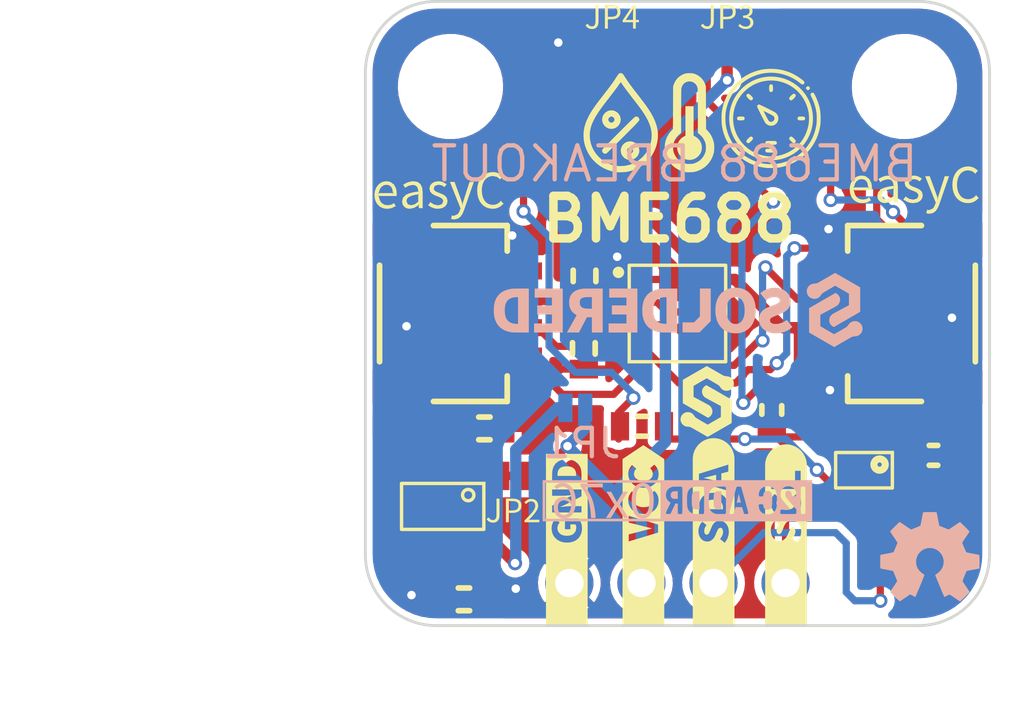
<source format=kicad_pcb>
(kicad_pcb (version 20211014) (generator pcbnew)
  (layers (0 "F.Cu" signal) (31 "B.Cu" signal) (34 "B.Paste" user) (35 "F.Paste" user) (36 "B.SilkS" user "B.Silkscreen") (37 "F.SilkS" user "F.Silkscreen") (38 "B.Mask" user) (39 "F.Mask" user) (44 "Edge.Cuts" user))
  (net 0 "")
  (net 1 "VCC")
  (net 2 "3V3")
  (net 3 "Net-(C2-Pad1)")
  (net 4 "SCL_PULL5")
  (net 5 "SDA_PULL5")
  (net 6 "SCL_PULL3.3")
  (net 7 "SDA_PULL3.3")
  (net 8 "SCL3.3")
  (net 9 "SDA3.3")
  (net 10 "GND")
  (net 11 "SDA5")
  (net 12 "SCL5")
  (net 14 "Net-(C3-Pad1)")
  (footprint "e-radionica.com footprinti:0603C" (layer "F.Cu") (at 163.445 79.8)
    (fp_text reference "C2" hide)
    (fp_text value "2u2")
    (pad "1" smd rect locked (at -0.73 0) (size 0.66 1) (layers "F.Cu" "F.Paste" "F.Mask") (net 3 "Net-(C2-Pad1)"))
    (pad "2" smd rect locked (at 0.73 0) (size 0.66 1) (layers "F.Cu" "F.Paste" "F.Mask") (net 10 "GND"))
  )
  (footprint "kibuzzard-640F698B" (layer "F.Cu") (at 164.45 82.7)
    (fp_text reference "kibuzzard-640F698B" hide)
    (fp_text value "G***" hide)
  )
  (footprint "Soldered Graphics:Symbol-front-Pressure" (layer "F.Cu") (at 173.55 68.875)
    (fp_text reference "G***" hide)
    (fp_text value "LOGO" hide)
  )
  (footprint "Soldered Graphics:Logo-Back-OSH-3.5mm" (layer "F.Cu") (at 179.15 84.325)
    (fp_text reference "G***" hide)
    (fp_text value "LOGO" hide)
  )
  (footprint "e-radionica.com footprinti:SMD_JUMPER_3_PAD_TRACE" (layer "F.Cu") (at 168.05 66.5)
    (fp_text reference "JP4" hide)
    (fp_text value "SMD_JUMPER_3_PAD_TRACE")
    (fp_poly (pts (xy 0.45 0.05) (xy 0.25 0.05) (xy 0.25 -0.05) (xy 0.45 -0.05)) (layer "F.Cu") (width 0.1) (fill solid))
    (fp_poly (pts (xy -0.25 0.05) (xy -0.45 0.05) (xy -0.45 -0.05) (xy -0.25 -0.05)) (layer "F.Cu") (width 0.1) (fill solid))
    (pad "1" smd rect (at -0.7 0 180) (size 0.5 1) (layers "F.Cu" "F.Mask") (net 6 "SCL_PULL3.3"))
    (pad "2" smd custom (at 0 0 180) (size 0.5 1) (layers "F.Cu" "F.Mask") (net 2 "3V3") (options (clearance outline) (anchor rect)) (primitives))
    (pad "3" smd rect (at 0.7 0 180) (size 0.5 1) (layers "F.Cu" "F.Mask") (net 7 "SDA_PULL3.3"))
  )
  (footprint "e-radionica.com footprinti:0603R" (layer "F.Cu") (at 173.575 79.15 -90)
    (fp_text reference "R3" hide)
    (fp_text value "10k")
    (pad "1" smd rect locked (at -0.775 0) (size 1 0.64) (layers "F.Cu" "F.Paste" "F.Mask") (net 4 "SCL_PULL5"))
    (pad "2" smd rect locked (at 0.775 0) (size 1 0.64) (layers "F.Cu" "F.Paste" "F.Mask") (net 12 "SCL5"))
  )
  (footprint "e-radionica.com footprinti:HOLE_3.2mm" (layer "F.Cu") (at 178.25 67.75)
    (fp_text reference "H2" hide)
    (fp_text value "HOLE_3.2mm" hide)
    (pad "" np_thru_hole circle locked (at 0 0) (size 3.2 3.2) (drill 3.2) (layers F&B.Cu *.Mask))
  )
  (footprint "e-radionica.com footprinti:easyC-connector" (layer "F.Cu") (at 177.95 75.75 -90)
    (fp_text reference "K1" hide)
    (fp_text value "easyC-SMD")
    (pad "1" smd rect locked (at -1.5 2.15 270) (size 0.6 1.55) (layers "F.Cu" "F.Paste" "F.Mask") (net 8 "SCL3.3"))
    (pad "2" smd rect locked (at -0.5 2.15 270) (size 0.6 1.55) (layers "F.Cu" "F.Paste" "F.Mask") (net 9 "SDA3.3"))
    (pad "3" smd rect locked (at 0.5 2.15 270) (size 0.6 1.55) (layers "F.Cu" "F.Paste" "F.Mask") (net 2 "3V3"))
    (pad "4" smd rect locked (at 1.5 2.15 270) (size 0.6 1.55) (layers "F.Cu" "F.Paste" "F.Mask") (net 10 "GND"))
    (pad "5" smd rect locked (at 2.6 -2.15 270) (size 1.2 1.8) (layers "F.Cu" "F.Paste" "F.Mask") (net 10 "GND"))
    (pad "5" smd rect locked (at -2.6 -2.15 270) (size 1.2 1.8) (layers "F.Cu" "F.Paste" "F.Mask") (net 10 "GND"))
  )
  (footprint "kibuzzard-640F6240" (layer "F.Cu") (at 167.95 65.3)
    (fp_text reference "kibuzzard-640F6240" hide)
    (fp_text value "G***" hide)
  )
  (footprint "e-radionica.com footprinti:BME688" (layer "F.Cu") (at 170.25 75.75)
    (fp_text reference "U3" hide)
    (fp_text value "BME688")
    (pad "1" smd rect (at -1.2 -1.2) (size 0.6 0.6) (layers "F.Cu" "F.Paste" "F.Mask") (net 10 "GND"))
    (pad "2" smd rect (at -1.2 -0.4) (size 0.6 0.6) (layers "F.Cu" "F.Paste" "F.Mask") (net 14 "Net-(C3-Pad1)"))
    (pad "3" smd rect (at -1.2 0.4) (size 0.6 0.6) (layers "F.Cu" "F.Paste" "F.Mask") (net 9 "SDA3.3"))
    (pad "4" smd rect (at -1.2 1.2) (size 0.6 0.6) (layers "F.Cu" "F.Paste" "F.Mask") (net 8 "SCL3.3"))
    (pad "5" smd rect (at 1.2 1.2) (size 0.6 0.6) (layers "F.Cu" "F.Paste" "F.Mask") (net 10 "GND"))
    (pad "6" smd rect (at 1.2 0.4) (size 0.6 0.6) (layers "F.Cu" "F.Paste" "F.Mask") (net 14 "Net-(C3-Pad1)"))
    (pad "7" smd rect (at 1.2 -0.4) (size 0.6 0.6) (layers "F.Cu" "F.Paste" "F.Mask") (net 10 "GND"))
    (pad "8" smd rect (at 1.2 -1.2) (size 0.6 0.6) (layers "F.Cu" "F.Paste" "F.Mask") (net 2 "3V3"))
  )
  (footprint "e-radionica.com footprinti:HOLE_3.2mm" (layer "F.Cu") (at 162.25 67.75)
    (fp_text reference "H1" hide)
    (fp_text value "HOLE_3.2mm" hide)
    (pad "" np_thru_hole circle locked (at 0 0) (size 3.2 3.2) (drill 3.2) (layers F&B.Cu *.Mask))
  )
  (footprint "kibuzzard-640F3C4D" (layer "F.Cu") (at 169.05 83.575 90)
    (fp_text reference "kibuzzard-640F3C4D" hide)
    (fp_text value "G***" hide)
  )
  (footprint "e-radionica.com footprinti:SMD_JUMPER_3_PAD_TRACE" (layer "F.Cu") (at 172 66.5)
    (fp_text reference "JP3" hide)
    (fp_text value "SMD_JUMPER_3_PAD_TRACE")
    (fp_poly (pts (xy 0.45 0.05) (xy 0.25 0.05) (xy 0.25 -0.05) (xy 0.45 -0.05)) (layer "F.Cu") (width 0.1) (fill solid))
    (fp_poly (pts (xy -0.25 0.05) (xy -0.45 0.05) (xy -0.45 -0.05) (xy -0.25 -0.05)) (layer "F.Cu") (width 0.1) (fill solid))
    (pad "1" smd rect (at -0.7 0 180) (size 0.5 1) (layers "F.Cu" "F.Mask") (net 4 "SCL_PULL5"))
    (pad "2" smd custom (at 0 0 180) (size 0.5 1) (layers "F.Cu" "F.Mask") (net 1 "VCC") (options (clearance outline) (anchor rect)) (primitives))
    (pad "3" smd rect (at 0.7 0 180) (size 0.5 1) (layers "F.Cu" "F.Mask") (net 5 "SDA_PULL5"))
  )
  (footprint "e-radionica.com footprinti:easyC-connector" (layer "F.Cu") (at 162.55 75.75 90)
    (fp_text reference "K2" hide)
    (fp_text value "easyC-SMD")
    (pad "1" smd rect locked (at -1.5 2.15 90) (size 0.6 1.55) (layers "F.Cu" "F.Paste" "F.Mask") (net 8 "SCL3.3"))
    (pad "2" smd rect locked (at -0.5 2.15 90) (size 0.6 1.55) (layers "F.Cu" "F.Paste" "F.Mask") (net 9 "SDA3.3"))
    (pad "3" smd rect locked (at 0.5 2.15 90) (size 0.6 1.55) (layers "F.Cu" "F.Paste" "F.Mask") (net 2 "3V3"))
    (pad "4" smd rect locked (at 1.5 2.15 90) (size 0.6 1.55) (layers "F.Cu" "F.Paste" "F.Mask") (net 10 "GND"))
    (pad "5" smd rect locked (at -2.6 -2.15 90) (size 1.2 1.8) (layers "F.Cu" "F.Paste" "F.Mask") (net 10 "GND"))
    (pad "5" smd rect locked (at 2.6 -2.15 90) (size 1.2 1.8) (layers "F.Cu" "F.Paste" "F.Mask") (net 10 "GND"))
  )
  (footprint "e-radionica.com footprinti:HEADER_MALE_4X1" (layer "F.Cu") (at 170.25 85.25)
    (fp_text reference "K3" hide)
    (fp_text value "HEADER_MALE_4X1")
    (pad "1" thru_hole circle locked (at -3.81 0) (size 1.7 1.7) (drill 1) (layers *.Cu *.Mask) (net 10 "GND"))
    (pad "2" thru_hole circle locked (at -1.27 0) (size 1.7 1.7) (drill 1) (layers *.Cu *.Mask) (net 1 "VCC"))
    (pad "3" thru_hole circle locked (at 1.27 0) (size 1.7 1.7) (drill 1) (layers *.Cu *.Mask) (net 11 "SDA5"))
    (pad "4" thru_hole circle locked (at 3.81 0) (size 1.7 1.7) (drill 1) (layers *.Cu *.Mask) (net 12 "SCL5"))
  )
  (footprint "e-radionica.com footprinti:0603R" (layer "F.Cu") (at 179.275 80.75 180)
    (fp_text reference "R1" hide)
    (fp_text value "10k")
    (pad "1" smd rect locked (at -0.775 0 270) (size 1 0.64) (layers "F.Cu" "F.Paste" "F.Mask") (net 7 "SDA_PULL3.3"))
    (pad "2" smd rect locked (at 0.775 0 270) (size 1 0.64) (layers "F.Cu" "F.Paste" "F.Mask") (net 9 "SDA3.3"))
  )
  (footprint "Soldered Graphics:Logo-Back-SolderedFULL-13mm" (layer "F.Cu") (at 170.275 75.625)
    (fp_text reference "REF**" hide)
    (fp_text value "Logo-Front-SolderedFULL-13mm" hide)
  )
  (footprint "e-radionica.com footprinti:0603C" (layer "F.Cu") (at 166.975 74.425 90)
    (fp_text reference "C4" hide)
    (fp_text value "100n")
    (pad "1" smd rect locked (at -0.73 0 90) (size 0.66 1) (layers "F.Cu" "F.Paste" "F.Mask") (net 2 "3V3"))
    (pad "2" smd rect locked (at 0.73 0 90) (size 0.66 1) (layers "F.Cu" "F.Paste" "F.Mask") (net 10 "GND"))
  )
  (footprint "Soldered Graphics:Symbol-Front-Humidity" (layer "F.Cu") (at 168.25 69.025)
    (fp_text reference "G***" hide)
    (fp_text value "LOGO" hide)
  )
  (footprint "Soldered Graphics:Logo-Front-easyC-NewFont" (layer "F.Cu") (at 178.6 71.375)
    (fp_text reference "G***" hide)
    (fp_text value "LOGO" hide)
  )
  (footprint "e-radionica.com footprinti:SMD-JUMPER-CONNECTED_TRACE_SOLDERMASK" (layer "F.Cu") (at 164.425 81.475)
    (fp_text reference "JP2" hide)
    (fp_text value "SMD-JUMPER-CONNECTED_TRACE_SOLDERMASK")
    (fp_poly (pts (xy 0.1 0.1) (xy -0.1 0.1) (xy -0.1 -0.1) (xy 0.1 -0.1)) (layer "F.Cu") (width 0.1) (fill solid))
    (pad "1" smd rect (at -0.35 0) (size 0.5 1) (layers "F.Cu" "F.Mask") (net 3 "Net-(C2-Pad1)"))
    (pad "2" smd rect (at 0.35 0) (size 0.5 1) (layers "F.Cu" "F.Mask") (net 1 "VCC"))
  )
  (footprint "kibuzzard-640F3B06" (layer "F.Cu") (at 174.075 83.575 90)
    (fp_text reference "kibuzzard-640F3B06" hide)
    (fp_text value "G***" hide)
  )
  (footprint "kibuzzard-640F3A70" (layer "F.Cu") (at 166.35 83.75 90)
    (fp_text reference "kibuzzard-640F3A70" hide)
    (fp_text value "G***" hide)
  )
  (footprint "Soldered Graphics:Logo-Front-easyC-NewFont" (layer "F.Cu") (at 161.85 71.575)
    (fp_text reference "G***" hide)
    (fp_text value "LOGO" hide)
  )
  (footprint "e-radionica.com footprinti:0603C" (layer "F.Cu") (at 162.725 85.825 180)
    (fp_text reference "C1" hide)
    (fp_text value "2u2")
    (pad "1" smd rect locked (at -0.73 0 180) (size 0.66 1) (layers "F.Cu" "F.Paste" "F.Mask") (net 2 "3V3"))
    (pad "2" smd rect locked (at 0.73 0 180) (size 0.66 1) (layers "F.Cu" "F.Paste" "F.Mask") (net 10 "GND"))
  )
  (footprint "e-radionica.com footprinti:0603C" (layer "F.Cu") (at 166.95 76.98 -90)
    (fp_text reference "C3" hide)
    (fp_text value "100n")
    (pad "1" smd rect locked (at -0.73 0 270) (size 0.66 1) (layers "F.Cu" "F.Paste" "F.Mask") (net 14 "Net-(C3-Pad1)"))
    (pad "2" smd rect locked (at 0.73 0 270) (size 0.66 1) (layers "F.Cu" "F.Paste" "F.Mask") (net 10 "GND"))
  )
  (footprint "kibuzzard-640F3DD8" (layer "F.Cu") (at 171.525 83.475 90)
    (fp_text reference "kibuzzard-640F3DD8" hide)
    (fp_text value "G***" hide)
  )
  (footprint "Soldered Graphics:Logo-Front-Soldered-2.5mm" (layer "F.Cu") (at 171.3 78.85)
    (fp_text reference "REF**" hide)
    (fp_text value "Logo-Front-Soldered-2.5mm" hide)
  )
  (footprint "e-radionica.com footprinti:0603R" (layer "F.Cu") (at 178.275 84.65)
    (fp_text reference "R2" hide)
    (fp_text value "10k")
    (pad "1" smd rect locked (at -0.775 0 90) (size 1 0.64) (layers "F.Cu" "F.Paste" "F.Mask") (net 11 "SDA5"))
    (pad "2" smd rect locked (at 0.775 0 90) (size 1 0.64) (layers "F.Cu" "F.Paste" "F.Mask") (net 5 "SDA_PULL5"))
  )
  (footprint "e-radionica.com footprinti:SOT-363" (layer "F.Cu") (at 176.825 81.275 -90)
    (fp_text reference "U2" hide)
    (fp_text value "NMOS-DUAL")
    (pad "1" smd rect (at -0.92 -0.65) (size 0.42 0.66) (layers "F.Cu" "F.Paste" "F.Mask") (net 9 "SDA3.3"))
    (pad "2" smd rect (at -0.92 0) (size 0.42 0.66) (layers "F.Cu" "F.Paste" "F.Mask") (net 2 "3V3"))
    (pad "3" smd rect (at -0.92 0.65) (size 0.42 0.66) (layers "F.Cu" "F.Paste" "F.Mask") (net 12 "SCL5"))
    (pad "4" smd rect (at 0.92 0.65) (size 0.42 0.66) (layers "F.Cu" "F.Paste" "F.Mask") (net 8 "SCL3.3"))
    (pad "5" smd rect (at 0.92 0) (size 0.42 0.66) (layers "F.Cu" "F.Paste" "F.Mask") (net 2 "3V3"))
    (pad "6" smd rect (at 0.92 -0.65) (size 0.42 0.66) (layers "F.Cu" "F.Paste" "F.Mask") (net 11 "SDA5"))
  )
  (footprint "kibuzzard-640F61A2" (layer "F.Cu") (at 172 65.3)
    (fp_text reference "kibuzzard-640F61A2" hide)
    (fp_text value "G***" hide)
  )
  (footprint "e-radionica.com footprinti:SOT-23-5" (layer "F.Cu") (at 161.975 82.55 90)
    (fp_text reference "U1" hide)
    (fp_text value "SE5218")
    (pad "1" smd rect (at 1.3 0.95 270) (size 1.1 0.6) (layers "F.Cu" "F.Paste" "F.Mask") (net 3 "Net-(C2-Pad1)"))
    (pad "2" smd rect (at 1.3 0 270) (size 1.1 0.6) (layers "F.Cu" "F.Paste" "F.Mask") (net 10 "GND"))
    (pad "3" smd rect (at 1.3 -0.95 270) (size 1.1 0.6) (layers "F.Cu" "F.Paste" "F.Mask") (net 3 "Net-(C2-Pad1)"))
    (pad "4" smd rect (at -1.3 -0.95 270) (size 1.1 0.6) (layers "F.Cu" "F.Paste" "F.Mask"))
    (pad "5" smd rect (at -1.3 0.95 270) (size 1.1 0.6) (layers "F.Cu" "F.Paste" "F.Mask") (net 2 "3V3"))
  )
  (footprint "e-radionica.com footprinti:0603R" (layer "F.Cu") (at 169 79.725 180)
    (fp_text reference "R4" hide)
    (fp_text value "10k")
    (pad "1" smd rect locked (at -0.775 0 270) (size 1 0.64) (layers "F.Cu" "F.Paste" "F.Mask") (net 8 "SCL3.3"))
    (pad "2" smd rect locked (at 0.775 0 270) (size 1 0.64) (layers "F.Cu" "F.Paste" "F.Mask") (net 6 "SCL_PULL3.3"))
  )
  (footprint "Soldered Graphics:Symbol-Front-Temperature" (layer "F.Cu") (at 170.675 69.025)
    (fp_text reference "G***" hide)
    (fp_text value "LOGO" hide)
  )
  (footprint "e-radionica.com footprinti:SMD_JUMPER" (layer "B.Cu") (at 166.65 79.075 180)
    (fp_text reference "JP1" (at -0.225 -1.25 unlocked) (layer "B.SilkS") (effects (justify mirror)))
    (fp_text value "SMD_JUMPER")
    (pad "1" smd rect (at -0.35 0 180) (size 0.5 1) (layers "B.Cu" "B.Mask") (net 1 "VCC"))
    (pad "2" smd rect (at 0.35 0 180) (size 0.5 1) (layers "B.Cu" "B.Mask") (net 2 "3V3"))
  )
  (footprint "Soldered Graphics:Symbol-Front-I2C-ADDR-Field" (layer "B.Cu") (at 170.25 82.35 180)
    (fp_text reference "REF**" hide)
    (fp_text value "Symbol-Front-I2C-ADDR-Field" hide)
  )
  (footprint "kibuzzard-640F759F" (layer "B.Cu") (at 167.65 82.35 180)
    (fp_text reference "kibuzzard-640F759F" hide)
    (fp_text value "G***" hide)
  )
  (gr_line (start 161.75 86.75) (end 178.75 86.75) (layer "Edge.Cuts") (width 0.1))
  (gr_arc (start 181.25 84.25) (mid 180.517767 86.017767) (end 178.75 86.75) (layer "Edge.Cuts") (width 0.1))
  (gr_line (start 178.75 64.75) (end 161.75 64.75) (layer "Edge.Cuts") (width 0.1))
  (gr_arc (start 178.75 64.75) (mid 180.517767 65.482233) (end 181.25 67.25) (layer "Edge.Cuts") (width 0.1))
  (gr_line (start 159.25 67.25) (end 159.25 84.25) (layer "Edge.Cuts") (width 0.1))
  (gr_arc (start 159.25 67.25) (mid 159.982233 65.482233) (end 161.75 64.75) (layer "Edge.Cuts") (width 0.1))
  (gr_line (start 181.25 84.25) (end 181.25 67.25) (layer "Edge.Cuts") (width 0.1))
  (gr_arc (start 161.75 86.75) (mid 159.982233 86.017767) (end 159.25 84.25) (layer "Edge.Cuts") (width 0.1))
  (gr_text "BME688 BREAKOUT" (at 170.15 70.475) (layer "B.SilkS") (effects (font (size 1.2 1.2)) (justify mirror)))
  (gr_text "BME688" (at 169.95 72.425) (layer "F.SilkS") (effects (font (size 1.5 1.5) (thickness 0.3))))
  (segment (start 164.775 81.475) (end 165.25 81.475) (width 0.254) (layer "F.Cu") (net 1))
  (segment (start 165.325 81.475) (end 166.375 80.425) (width 0.254) (layer "F.Cu") (net 1))
  (segment (start 165.3 81.475) (end 165.325 81.475) (width 0.254) (layer "F.Cu") (net 1))
  (segment (start 172 67.530761) (end 172 66.5) (width 0.4) (layer "F.Cu") (net 1))
  (via (at 166.375 80.425) (size 0.5) (drill 0.3) (layers "F.Cu" "B.Cu") (net 1))
  (via (at 172 67.530761) (size 0.5) (drill 0.3) (layers "F.Cu" "B.Cu") (net 1))
  (segment (start 167.05 79.75) (end 166.95 79.65) (width 0.4) (layer "B.Cu") (net 1))
  (segment (start 169.825 69.705761) (end 169.825 80.275) (width 0.4) (layer "B.Cu") (net 1))
  (segment (start 169.825 80.275) (end 168.025 82.075) (width 0.4) (layer "B.Cu") (net 1))
  (segment (start 166.95 79.65) (end 166.95 79.125) (width 0.4) (layer "B.Cu") (net 1))
  (segment (start 167.05 79.75) (end 166.375 80.425) (width 0.4) (layer "B.Cu") (net 1))
  (segment (start 168.98 83.03) (end 168.025 82.075) (width 0.4) (layer "B.Cu") (net 1))
  (segment (start 168.98 85.25) (end 168.98 83.03) (width 0.4) (layer "B.Cu") (net 1))
  (segment (start 168.025 82.075) (end 166.375 80.425) (width 0.4) (layer "B.Cu") (net 1))
  (segment (start 166.95 79.125) (end 167 79.075) (width 0.4) (layer "B.Cu") (net 1))
  (segment (start 172 67.530761) (end 169.825 69.705761) (width 0.4) (layer "B.Cu") (net 1))
  (segment (start 166.730761 71.95) (end 167.269239 71.95) (width 0.4) (layer "F.Cu") (net 2))
  (segment (start 169.375 72.475) (end 171.45 74.55) (width 0.4) (layer "F.Cu") (net 2))
  (segment (start 160.15 84.725) (end 160.25 84.825) (width 0.4) (layer "F.Cu") (net 2))
  (segment (start 166.075 74.425) (end 166.075 72.605761) (width 0.4) (layer "F.Cu") (net 2))
  (segment (start 164.7 75.25) (end 163.825 75.25) (width 0.4) (layer "F.Cu") (net 2))
  (segment (start 164.525 84.55) (end 163.825 83.85) (width 0.4) (layer "F.Cu") (net 2))
  (segment (start 174.4 76.25) (end 175.8 76.25) (width 0.4) (layer "F.Cu") (net 2))
  (segment (start 161.85 77.225) (end 161.85 79.2) (width 0.4) (layer "F.Cu") (net 2))
  (segment (start 166.975 75.155) (end 166.975 74.7) (width 0.4) (layer "F.Cu") (net 2))
  (segment (start 168.05 66.5) (end 168.05 72.425) (width 0.254) (layer "F.Cu") (net 2))
  (segment (start 162.725 84.625) (end 162.925 84.425) (width 0.4) (layer "F.Cu") (net 2))
  (segment (start 176.825 79.811) (end 176.587 79.573) (width 0.4) (layer "F.Cu") (net 2))
  (segment (start 161.85 79.2) (end 161.375 79.675) (width 0.4) (layer "F.Cu") (net 2))
  (segment (start 176.825 80.355) (end 176.825 79.811) (width 0.254) (layer "F.Cu") (net 2))
  (segment (start 175.473 79.573) (end 174.55 78.65) (width 0.4) (layer "F.Cu") (net 2))
  (segment (start 168.1 72.475) (end 169.375 72.475) (width 0.4) (layer "F.Cu") (net 2))
  (segment (start 161.375 79.675) (end 160.825 79.675) (width 0.4) (layer "F.Cu") (net 2))
  (segment (start 166.7 74.425) (end 166.075 74.425) (width 0.4) (layer "F.Cu") (net 2))
  (segment (start 163.825 75.25) (end 161.85 77.225) (width 0.4) (layer "F.Cu") (net 2))
  (segment (start 160.25 84.825) (end 162.525 84.825) (width 0.4) (layer "F.Cu") (net 2))
  (segment (start 176.587 79.573) (end 175.473 79.573) (width 0.4) (layer "F.Cu") (net 2))
  (segment (start 163.455 85.355) (end 162.725 84.625) (width 0.4) (layer "F.Cu") (net 2))
  (segment (start 163.455 85.825) (end 163.455 85.355) (width 0.4) (layer "F.Cu") (net 2))
  (segment (start 166.975 74.7) (end 166.7 74.425) (width 0.4) (layer "F.Cu") (net 2))
  (segment (start 172.275 74.55) (end 173.975 76.25) (width 0.4) (layer "F.Cu") (net 2))
  (segment (start 173.975 76.25) (end 174.4 76.25) (width 0.4) (layer "F.Cu") (net 2))
  (segment (start 171.45 74.55) (end 172.275 74.55) (width 0.4) (layer "F.Cu") (net 2))
  (segment (start 164.7 75.25) (end 166.88 75.25) (width 0.4) (layer "F.Cu") (net 2))
  (segment (start 176.825 82.195) (end 176.825 80.355) (width 0.254) (layer "F.Cu") (net 2))
  (segment (start 168.05 72.425) (end 168.1 72.475) (width 0.254) (layer "F.Cu") (net 2))
  (segment (start 174.55 78.65) (end 174.55 76.4) (width 0.4) (layer "F.Cu") (net 2))
  (segment (start 162.525 84.825) (end 162.725 84.625) (width 0.4) (layer "F.Cu") (net 2))
  (segment (start 167.794239 72.475) (end 168.1 72.475) (width 0.4) (layer "F.Cu") (net 2))
  (segment (start 166.88 75.25) (end 166.975 75.155) (width 0.4) (layer "F.Cu") (net 2))
  (segment (start 160.15 80.35) (end 160.15 84.725) (width 0.4) (layer "F.Cu") (net 2))
  (segment (start 160.825 79.675) (end 160.15 80.35) (width 0.4) (layer "F.Cu") (net 2))
  (segment (start 162.925 84.425) (end 162.925 83.85) (width 0.4) (layer "F.Cu") (net 2))
  (segment (start 163.825 83.85) (end 162.925 83.85) (width 0.4) (layer "F.Cu") (net 2))
  (segment (start 166.075 72.605761) (end 166.730761 71.95) (width 0.4) (layer "F.Cu") (net 2))
  (segment (start 167.269239 71.95) (end 167.794239 72.475) (width 0.4) (layer "F.Cu") (net 2))
  (segment (start 174.55 76.4) (end 174.4 76.25) (width 0.4) (layer "F.Cu") (net 2))
  (via (at 164.525 84.55) (size 0.5) (drill 0.3) (layers "F.Cu" "B.Cu") (net 2))
  (segment (start 166.025 79.075) (end 166.3 79.075) (width 0.4) (layer "B.Cu") (net 2))
  (segment (start 164.55 84.525) (end 164.55 80.55) (width 0.4) (layer "B.Cu") (net 2))
  (segment (start 164.55 80.55) (end 166.025 79.075) (width 0.4) (layer "B.Cu") (net 2))
  (segment (start 164.525 84.55) (end 164.55 84.525) (width 0.4) (layer "B.Cu") (net 2))
  (segment (start 163.85 81.25) (end 164.075 81.475) (width 0.254) (layer "F.Cu") (net 3))
  (segment (start 161.877 80.373) (end 161.348 80.373) (width 0.254) (layer "F.Cu") (net 3))
  (segment (start 162.925 81.25) (end 163.85 81.25) (width 0.254) (layer "F.Cu") (net 3))
  (segment (start 162.925 80.01) (end 162.715 79.8) (width 0.254) (layer "F.Cu") (net 3))
  (segment (start 162.715 79.8) (end 162.45 79.8) (width 0.254) (layer "F.Cu") (net 3))
  (segment (start 161.025 80.696) (end 161.025 81.25) (width 0.254) (layer "F.Cu") (net 3))
  (segment (start 162.925 81.25) (end 162.925 80.01) (width 0.254) (layer "F.Cu") (net 3))
  (segment (start 162.45 79.8) (end 161.877 80.373) (width 0.254) (layer "F.Cu") (net 3))
  (segment (start 161.348 80.373) (end 161.025 80.696) (width 0.254) (layer "F.Cu") (net 3))
  (segment (start 171.3 68.266002) (end 171.3 66.5) (width 0.254) (layer "F.Cu") (net 4))
  (segment (start 171.958998 70.133998) (end 171.958998 68.925) (width 0.254) (layer "F.Cu") (net 4))
  (segment (start 173.625 71.8) (end 171.958998 70.133998) (width 0.254) (layer "F.Cu") (net 4))
  (segment (start 172.570148 78.9) (end 173.095148 78.375) (width 0.254) (layer "F.Cu") (net 4))
  (segment (start 171.958998 68.925) (end 171.3 68.266002) (width 0.254) (layer "F.Cu") (net 4))
  (segment (start 173.095148 78.375) (end 173.575 78.375) (width 0.254) (layer "F.Cu") (net 4))
  (via (at 173.625 71.8) (size 0.5) (drill 0.3) (layers "F.Cu" "B.Cu") (net 4))
  (via (at 172.570148 78.9) (size 0.5) (drill 0.3) (layers "F.Cu" "B.Cu") (net 4))
  (segment (start 172.523 78.852852) (end 172.570148 78.9) (width 0.254) (layer "B.Cu") (net 4))
  (segment (start 172.523 72.902) (end 172.523 78.852852) (width 0.254) (layer "B.Cu") (net 4))
  (segment (start 173.625 71.8) (end 172.523 72.902) (width 0.254) (layer "B.Cu") (net 4))
  (segment (start 177.85 72.175) (end 178.5 72.825) (width 0.254) (layer "F.Cu") (net 5))
  (segment (start 175.65 71.75) (end 175.65 70.525) (width 0.254) (layer "F.Cu") (net 5))
  (segment (start 172.7 67.575) (end 172.7 66.5) (width 0.254) (layer "F.Cu") (net 5))
  (segment (start 180.051 79.277) (end 180.725 79.951) (width 0.254) (layer "F.Cu") (net 5))
  (segment (start 180.725 81.65) (end 179.05 83.325) (width 0.254) (layer "F.Cu") (net 5))
  (segment (start 178.5 78.752) (end 179.025 79.277) (width 0.254) (layer "F.Cu") (net 5))
  (segment (start 179.025 79.277) (end 180.051 79.277) (width 0.254) (layer "F.Cu") (net 5))
  (segment (start 179.05 83.325) (end 179.05 84.65) (width 0.254) (layer "F.Cu") (net 5))
  (segment (start 180.725 79.951) (end 180.725 81.65) (width 0.254) (layer "F.Cu") (net 5))
  (segment (start 178.5 72.825) (end 178.5 78.752) (width 0.254) (layer "F.Cu") (net 5))
  (segment (start 175.65 70.525) (end 172.7 67.575) (width 0.254) (layer "F.Cu") (net 5))
  (via (at 175.65 71.75) (size 0.5) (drill 0.3) (layers "F.Cu" "B.Cu") (net 5))
  (via (at 177.85 72.175) (size 0.5) (drill 0.3) (layers "F.Cu" "B.Cu") (net 5))
  (segment (start 177.425 71.75) (end 177.85 72.175) (width 0.254) (layer "B.Cu") (net 5))
  (segment (start 175.65 71.75) (end 177.425 71.75) (width 0.254) (layer "B.Cu") (net 5))
  (segment (start 164.825 72.15) (end 164.825 69.45) (width 0.254) (layer "F.Cu") (net 6))
  (segment (start 164.825 69.45) (end 167.35 66.925) (width 0.254) (layer "F.Cu") (net 6))
  (segment (start 167.35 66.925) (end 167.35 66.5) (width 0.254) (layer "F.Cu") (net 6))
  (segment (start 168.695148 78.720148) (end 168.175 79.240296) (width 0.254) (layer "F.Cu") (net 6))
  (segment (start 168.175 79.240296) (end 168.175 80.175) (width 0.254) (layer "F.Cu") (net 6))
  (via (at 164.825 72.15) (size 0.5) (drill 0.3) (layers "F.Cu" "B.Cu") (net 6))
  (via (at 168.695148 78.720148) (size 0.5) (drill 0.3) (layers "F.Cu" "B.Cu") (net 6))
  (segment (start 165.725 76.9) (end 166.65 77.825) (width 0.254) (layer "B.Cu") (net 6))
  (segment (start 168.695148 78.595148) (end 168.695148 78.720148) (width 0.254) (layer "B.Cu") (net 6))
  (segment (start 165.725 73.05) (end 165.725 76.9) (width 0.254) (layer "B.Cu") (net 6))
  (segment (start 167.925 77.825) (end 168.695148 78.595148) (width 0.254) (layer "B.Cu") (net 6))
  (segment (start 164.825 72.15) (end 165.725 73.05) (width 0.254) (layer "B.Cu") (net 6))
  (segment (start 166.65 77.825) (end 167.925 77.825) (width 0.254) (layer "B.Cu") (net 6))
  (segment (start 173.275 65.2) (end 169 65.2) (width 0.254) (layer "F.Cu") (net 7))
  (segment (start 177.273 72.414002) (end 177.273 69.669) (width 0.254) (layer "F.Cu") (net 7))
  (segment (start 178.5 79.525) (end 178 79.025) (width 0.254) (layer "F.Cu") (net 7))
  (segment (start 178 79.025) (end 178 73.141002) (width 0.254) (layer "F.Cu") (net 7))
  (segment (start 169 65.2) (end 168.75 65.45) (width 0.254) (layer "F.Cu") (net 7))
  (segment (start 179.8 80.3) (end 179.423 79.923) (width 0.254) (layer "F.Cu") (net 7))
  (segment (start 178.5 79.632948) (end 178.5 79.525) (width 0.254) (layer "F.Cu") (net 7))
  (segment (start 179.423 79.923) (end 178.790052 79.923) (width 0.254) (layer "F.Cu") (net 7))
  (segment (start 178 73.141002) (end 177.273 72.414002) (width 0.254) (layer "F.Cu") (net 7))
  (segment (start 178.790052 79.923) (end 178.5 79.632948) (width 0.254) (layer "F.Cu") (net 7))
  (segment (start 177.273 69.669) (end 173.5 65.896) (width 0.254) (layer "F.Cu") (net 7))
  (segment (start 180.075 80.3) (end 179.8 80.3) (width 0.254) (layer "F.Cu") (net 7))
  (segment (start 173.5 65.896) (end 173.5 65.425) (width 0.254) (layer "F.Cu") (net 7))
  (segment (start 173.5 65.425) (end 173.275 65.2) (width 0.254) (layer "F.Cu") (net 7))
  (segment (start 168.75 65.45) (end 168.75 66.5) (width 0.254) (layer "F.Cu") (net 7))
  (segment (start 171.525 78.2) (end 170.3 78.2) (width 0.254) (layer "F.Cu") (net 8))
  (segment (start 171.525 80.1) (end 171.45 80.175) (width 0.254) (layer "F.Cu") (net 8))
  (segment (start 169.05 77.55) (end 169.05 76.95) (width 0.254) (layer "F.Cu") (net 8))
  (segment (start 175 73.45) (end 175.8 74.25) (width 0.254) (layer "F.Cu") (net 8))
  (segment (start 172.748 77.728) (end 172.575 77.901) (width 0.254) (layer "F.Cu") (net 8))
  (segment (start 168 78.6) (end 169.05 77.55) (width 0.254) (layer "F.Cu") (net 8))
  (segment (start 176.099066 82.195) (end 176.175 82.195) (width 0.254) (layer "F.Cu") (net 8))
  (segment (start 174.375 73.45) (end 175 73.45) (width 0.254) (layer "F.Cu") (net 8))
  (segment (start 164.7 77.1) (end 166.2 78.6) (width 0.254) (layer "F.Cu") (net 8))
  (segment (start 171.525 78.2) (end 171.525 80.1) (width 0.254) (layer "F.Cu") (net 8))
  (segment (start 173.7505 77.5) (end 173.5225 77.728) (width 0.254) (layer "F.Cu") (net 8))
  (segment (start 172.3 78.2) (end 171.525 78.2) (width 0.254) (layer "F.Cu") (net 8))
  (segment (start 166.2 78.6) (end 168 78.6) (width 0.254) (layer "F.Cu") (net 8))
  (segment (start 170.3 78.2) (end 169.05 76.95) (width 0.254) (layer "F.Cu") (net 8))
  (segment (start 175.164533 81.260467) (end 176.099066 82.195) (width 0.254) (layer "F.Cu") (net 8))
  (segment (start 171.45 80.175) (end 172.625 80.175) (width 0.254) (layer "F.Cu") (net 8))
  (segment (start 172.575 77.925) (end 172.3 78.2) (width 0.254) (layer "F.Cu") (net 8))
  (segment (start 172.575 77.901) (end 172.575 77.925) (width 0.254) (layer "F.Cu") (net 8))
  (segment (start 173.5225 77.728) (end 172.748 77.728) (width 0.254) (layer "F.Cu") (net 8))
  (segment (start 169.725 80.175) (end 171.45 80.175) (width 0.254) (layer "F.Cu") (net 8))
  (via (at 175.164533 81.260467) (size 0.5) (drill 0.3) (layers "F.Cu" "B.Cu") (net 8))
  (via (at 174.375 73.45) (size 0.5) (drill 0.3) (layers "F.Cu" "B.Cu") (net 8))
  (via (at 173.7505 77.5) (size 0.5) (drill 0.3) (layers "F.Cu" "B.Cu") (net 8))
  (via (at 172.625 80.175) (size 0.5) (drill 0.3) (layers "F.Cu" "B.Cu") (net 8))
  (segment (start 174.1 77.1505) (end 173.7505 77.5) (width 0.254) (layer "B.Cu") (net 8))
  (segment (start 175.164533 81.260467) (end 174.079066 80.175) (width 0.254) (layer "B.Cu") (net 8))
  (segment (start 174.1 73.725) (end 174.1 77.1505) (width 0.254) (layer "B.Cu") (net 8))
  (segment (start 174.079066 80.175) (end 172.625 80.175) (width 0.254) (layer "B.Cu") (net 8))
  (segment (start 174.375 73.45) (end 174.1 73.725) (width 0.254) (layer "B.Cu") (net 8))
  (segment (start 170.4745 77.2285) (end 170.823 77.577) (width 0.254) (layer "F.Cu") (net 9))
  (segment (start 172.85 76.975) (end 173.125 76.7) (width 0.254) (layer "F.Cu") (net 9))
  (segment (start 174.475 75.25) (end 175.8 75.25) (width 0.254) (layer "F.Cu") (net 9))
  (segment (start 177.546 76.371) (end 176.425 75.25) (width 0.254) (layer "F.Cu") (net 9))
  (segment (start 165.32 76.25) (end 165.977 76.907) (width 0.254) (layer "F.Cu") (net 9))
  (segment (start 167.963052 76.720948) (end 167.963052 76.704) (width 0.254) (layer "F.Cu") (net 9))
  (segment (start 167.963052 76.704) (end 168.517052 76.15) (width 0.254) (layer "F.Cu") (net 9))
  (segment (start 176.425 75.25) (end 175.8 75.25) (width 0.254) (layer "F.Cu") (net 9))
  (segment (start 167.777 76.907) (end 167.963052 76.720948) (width 0.254) (layer "F.Cu") (net 9))
  (segment (start 177.546 80.284) (end 177.546 76.371) (width 0.254) (layer "F.Cu") (net 9))
  (segment (start 173.35 74.125) (end 174.475 75.25) (width 0.254) (layer "F.Cu") (net 9))
  (segment (start 168.517052 76.15) (end 169.05 76.15) (width 0.254) (layer "F.Cu") (net 9))
  (segment (start 172.248 77.577) (end 172.85 76.975) (width 0.254) (layer "F.Cu") (net 9))
  (segment (start 169.05 76.15) (end 170.1245 76.15) (width 0.254) (layer "F.Cu") (net 9))
  (segment (start 164.7 76.25) (end 165.32 76.25) (width 0.254) (layer "F.Cu") (net 9))
  (segment (start 170.1245 76.15) (end 170.4745 76.5) (width 0.254) (layer "F.Cu") (net 9))
  (segment (start 170.823 77.577) (end 172.248 77.577) (width 0.254) (layer "F.Cu") (net 9))
  (segment (start 177.475 80.355) (end 178.47 80.355) (width 0.254) (layer "F.Cu") (net 9))
  (segment (start 165.977 76.907) (end 167.777 76.907) (width 0.254) (layer "F.Cu") (net 9))
  (segment (start 177.475 80.355) (end 177.546 80.284) (width 0.254) (layer "F.Cu") (net 9))
  (segment (start 170.4745 76.5) (end 170.4745 77.2285) (width 0.254) (layer "F.Cu") (net 9))
  (segment (start 173.125 76.7) (end 173.25 76.7) (width 0.254) (layer "F.Cu") (net 9))
  (via (at 173.35 74.125) (size 0.5) (drill 0.3) (layers "F.Cu" "B.Cu") (net 9))
  (via (at 173.25 76.7) (size 0.5) (drill 0.3) (layers "F.Cu" "B.Cu") (net 9))
  (segment (start 173.25 74.225) (end 173.35 74.125) (width 0.254) (layer "B.Cu") (net 9))
  (segment (start 173.25 76.7) (end 173.25 74.225) (width 0.254) (layer "B.Cu") (net 9))
  (via (at 175.575 72.775) (size 0.5) (drill 0.3) (layers "F.Cu" "B.Cu") (net 10))
  (via (at 179.925 75.9) (size 0.5) (drill 0.3) (layers "F.Cu" "B.Cu") (net 10))
  (via (at 175.625 78.45) (size 0.5) (drill 0.3) (layers "F.Cu" "B.Cu") (net 10))
  (via (at 160.7 76.2) (size 0.5) (drill 0.3) (layers "F.Cu" "B.Cu") (net 10))
  (via (at 168.125 73.75) (size 0.5) (drill 0.3) (layers "F.Cu" "B.Cu") (net 10))
  (via (at 166.05 66.2) (size 0.5) (drill 0.3) (layers "F.Cu" "B.Cu") (net 10))
  (via (at 160.875 85.675) (size 0.5) (drill 0.3) (layers "F.Cu" "B.Cu") (net 10))
  (via (at 164.55 85.45) (size 0.5) (drill 0.3) (layers "F.Cu" "B.Cu") (net 10))
  (via (at 164.425 73) (size 0.5) (drill 0.3) (layers "F.Cu" "B.Cu") (net 10))
  (segment (start 177.5 82.22) (end 177.475 82.195) (width 0.254) (layer "F.Cu") (net 11))
  (segment (start 177.4 84.75) (end 177.5 84.65) (width 0.254) (layer "F.Cu") (net 11))
  (segment (start 177.5 84.65) (end 177.5 82.22) (width 0.254) (layer "F.Cu") (net 11))
  (segment (start 177.4 85.875) (end 177.4 84.75) (width 0.254) (layer "F.Cu") (net 11))
  (via (at 177.4 85.875) (size 0.5) (drill 0.3) (layers "F.Cu" "B.Cu") (net 11))
  (segment (start 175.975 83.625) (end 176.2 83.85) (width 0.254) (layer "B.Cu") (net 11))
  (segment (start 176.2 83.85) (end 176.2 85.575) (width 0.254) (layer "B.Cu") (net 11))
  (segment (start 173.35 83.475) (end 175.825 83.475) (width 0.254) (layer "B.Cu") (net 11))
  (segment (start 176.2 85.575) (end 176.5 85.875) (width 0.254) (layer "B.Cu") (net 11))
  (segment (start 171.52 85.25) (end 173.295 83.475) (width 0.254) (layer "B.Cu") (net 11))
  (segment (start 173.295 83.475) (end 173.35 83.475) (width 0.254) (layer "B.Cu") (net 11))
  (segment (start 175.825 83.475) (end 175.975 83.625) (width 0.254) (layer "B.Cu") (net 11))
  (segment (start 176.5 85.875) (end 177.4 85.875) (width 0.254) (layer "B.Cu") (net 11))
  (segment (start 175.92 80.1) (end 176.175 80.355) (width 0.254) (layer "F.Cu") (net 12))
  (segment (start 173.75 80.1) (end 175.92 80.1) (width 0.254) (layer "F.Cu") (net 12))
  (segment (start 174.06 85.25) (end 174.06 80.41) (width 0.254) (layer "F.Cu") (net 12))
  (segment (start 174.06 80.41) (end 173.575 79.925) (width 0.254) (layer "F.Cu") (net 12))
  (segment (start 173.575 79.925) (end 173.75 80.1) (width 0.254) (layer "F.Cu") (net 12))
  (segment (start 169.871 75.696) (end 169.525 75.35) (width 0.254) (layer "F.Cu") (net 14))
  (segment (start 168.675 75.35) (end 169.05 75.35) (width 0.254) (layer "F.Cu") (net 14))
  (segment (start 170.940502 76.15) (end 170.486502 75.696) (width 0.254) (layer "F.Cu") (net 14))
  (segment (start 169.525 75.35) (end 169.05 75.35) (width 0.254) (layer "F.Cu") (net 14))
  (segment (start 166.95 76.25) (end 167.775 76.25) (width 0.254) (layer "F.Cu") (net 14))
  (segment (start 167.775 76.25) (end 168.675 75.35) (width 0.254) (layer "F.Cu") (net 14))
  (segment (start 171.45 76.15) (end 170.940502 76.15) (width 0.254) (layer "F.Cu") (net 14))
  (segment (start 170.486502 75.696) (end 169.871 75.696) (width 0.254) (layer "F.Cu") (net 14))
  (zone (net 10) (net_name "GND") (layers F&B.Cu) (name "GND") (priority 1) (connect_pads (clearance 0.254)) (min_thickness 0.254) (fill yes (thermal_gap 0.254) (thermal_bridge_width 0.254))
    (polygon (pts (xy 181.25 86.75) (xy 159.3 86.775) (xy 159.25 64.75) (xy 181.275 64.7)))
  )
)
</source>
